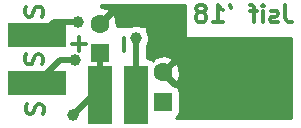
<source format=gbr>
G04 #@! TF.FileFunction,Copper,L2,Bot,Signal*
%FSLAX46Y46*%
G04 Gerber Fmt 4.6, Leading zero omitted, Abs format (unit mm)*
G04 Created by KiCad (PCBNEW 4.0.7) date 04/04/18 15:32:54*
%MOMM*%
%LPD*%
G01*
G04 APERTURE LIST*
%ADD10C,0.100000*%
%ADD11C,0.300000*%
%ADD12R,1.600000X1.600000*%
%ADD13C,1.600000*%
%ADD14R,5.000000X2.000000*%
%ADD15R,2.000000X5.000000*%
%ADD16C,1.000000*%
%ADD17C,0.500000*%
%ADD18C,0.254000*%
G04 APERTURE END LIST*
D10*
D11*
X193215343Y-116760571D02*
X193286771Y-116546285D01*
X193286771Y-116189142D01*
X193215343Y-116046285D01*
X193143914Y-115974856D01*
X193001057Y-115903428D01*
X192858200Y-115903428D01*
X192715343Y-115974856D01*
X192643914Y-116046285D01*
X192572486Y-116189142D01*
X192501057Y-116474856D01*
X192429629Y-116617714D01*
X192358200Y-116689142D01*
X192215343Y-116760571D01*
X192072486Y-116760571D01*
X191929629Y-116689142D01*
X191858200Y-116617714D01*
X191786771Y-116474856D01*
X191786771Y-116117714D01*
X191858200Y-115903428D01*
X213847714Y-111700571D02*
X213847714Y-112772000D01*
X213919142Y-112986286D01*
X214061999Y-113129143D01*
X214276285Y-113200571D01*
X214419142Y-113200571D01*
X213204857Y-113129143D02*
X213062000Y-113200571D01*
X212776285Y-113200571D01*
X212633428Y-113129143D01*
X212562000Y-112986286D01*
X212562000Y-112914857D01*
X212633428Y-112772000D01*
X212776285Y-112700571D01*
X212990571Y-112700571D01*
X213133428Y-112629143D01*
X213204857Y-112486286D01*
X213204857Y-112414857D01*
X213133428Y-112272000D01*
X212990571Y-112200571D01*
X212776285Y-112200571D01*
X212633428Y-112272000D01*
X211919142Y-113200571D02*
X211919142Y-112200571D01*
X211919142Y-111700571D02*
X211990571Y-111772000D01*
X211919142Y-111843429D01*
X211847714Y-111772000D01*
X211919142Y-111700571D01*
X211919142Y-111843429D01*
X211419142Y-112200571D02*
X210847713Y-112200571D01*
X211204856Y-113200571D02*
X211204856Y-111914857D01*
X211133428Y-111772000D01*
X210990570Y-111700571D01*
X210847713Y-111700571D01*
X209133428Y-111700571D02*
X209276285Y-111986286D01*
X207704856Y-113200571D02*
X208561999Y-113200571D01*
X208133427Y-113200571D02*
X208133427Y-111700571D01*
X208276284Y-111914857D01*
X208419142Y-112057714D01*
X208561999Y-112129143D01*
X206847713Y-112343429D02*
X206990571Y-112272000D01*
X207061999Y-112200571D01*
X207133428Y-112057714D01*
X207133428Y-111986286D01*
X207061999Y-111843429D01*
X206990571Y-111772000D01*
X206847713Y-111700571D01*
X206561999Y-111700571D01*
X206419142Y-111772000D01*
X206347713Y-111843429D01*
X206276285Y-111986286D01*
X206276285Y-112057714D01*
X206347713Y-112200571D01*
X206419142Y-112272000D01*
X206561999Y-112343429D01*
X206847713Y-112343429D01*
X206990571Y-112414857D01*
X207061999Y-112486286D01*
X207133428Y-112629143D01*
X207133428Y-112914857D01*
X207061999Y-113057714D01*
X206990571Y-113129143D01*
X206847713Y-113200571D01*
X206561999Y-113200571D01*
X206419142Y-113129143D01*
X206347713Y-113057714D01*
X206276285Y-112914857D01*
X206276285Y-112629143D01*
X206347713Y-112486286D01*
X206419142Y-112414857D01*
X206561999Y-112343429D01*
X200171857Y-114490572D02*
X200171857Y-115633429D01*
X196372943Y-115582628D02*
X196372943Y-114439771D01*
X196944371Y-115011200D02*
X195801514Y-115011200D01*
X193291543Y-120951571D02*
X193362971Y-120737285D01*
X193362971Y-120380142D01*
X193291543Y-120237285D01*
X193220114Y-120165856D01*
X193077257Y-120094428D01*
X192934400Y-120094428D01*
X192791543Y-120165856D01*
X192720114Y-120237285D01*
X192648686Y-120380142D01*
X192577257Y-120665856D01*
X192505829Y-120808714D01*
X192434400Y-120880142D01*
X192291543Y-120951571D01*
X192148686Y-120951571D01*
X192005829Y-120880142D01*
X191934400Y-120808714D01*
X191862971Y-120665856D01*
X191862971Y-120308714D01*
X191934400Y-120094428D01*
X193215343Y-112721971D02*
X193286771Y-112507685D01*
X193286771Y-112150542D01*
X193215343Y-112007685D01*
X193143914Y-111936256D01*
X193001057Y-111864828D01*
X192858200Y-111864828D01*
X192715343Y-111936256D01*
X192643914Y-112007685D01*
X192572486Y-112150542D01*
X192501057Y-112436256D01*
X192429629Y-112579114D01*
X192358200Y-112650542D01*
X192215343Y-112721971D01*
X192072486Y-112721971D01*
X191929629Y-112650542D01*
X191858200Y-112579114D01*
X191786771Y-112436256D01*
X191786771Y-112079114D01*
X191858200Y-111864828D01*
D12*
X198120000Y-115824000D03*
D13*
X198120000Y-113324000D03*
D12*
X203454000Y-119938800D03*
D13*
X203454000Y-117438800D03*
D14*
X192786000Y-114300000D03*
X192786000Y-118364000D03*
D15*
X198120000Y-119380000D03*
X201168000Y-119380000D03*
D16*
X195859400Y-121056400D03*
X198120000Y-115824000D03*
X206324200Y-118414800D03*
X212090000Y-117348000D03*
X213614000Y-117348000D03*
X213614000Y-118821200D03*
X212090000Y-118821200D03*
X210566000Y-118821200D03*
X210566000Y-117348000D03*
X196291200Y-113157000D03*
X196062600Y-116408200D03*
X201168000Y-114554000D03*
D17*
X195859400Y-121056400D02*
X197535800Y-119380000D01*
X197535800Y-119380000D02*
X198120000Y-119380000D01*
X198120000Y-115824000D02*
X198120000Y-119380000D01*
X210566000Y-117348000D02*
X212090000Y-117348000D01*
X213614000Y-117348000D02*
X213614000Y-118821200D01*
X212090000Y-118821200D02*
X210566000Y-118821200D01*
X196291200Y-113157000D02*
X194208400Y-113157000D01*
X194208400Y-113157000D02*
X193065400Y-114300000D01*
X193065400Y-114300000D02*
X192786000Y-114300000D01*
X192786000Y-118364000D02*
X194741800Y-116408200D01*
X194741800Y-116408200D02*
X196062600Y-116408200D01*
X201168000Y-119380000D02*
X201168000Y-114554000D01*
D18*
G36*
X205355572Y-114507000D02*
X214290000Y-114507000D01*
X214290000Y-121290000D01*
X204570068Y-121290000D01*
X204705441Y-121202890D01*
X204850431Y-120990690D01*
X204901440Y-120738800D01*
X204901440Y-119138800D01*
X204857162Y-118903483D01*
X204718090Y-118687359D01*
X204505890Y-118542369D01*
X204267799Y-118494154D01*
X204282139Y-118446545D01*
X203454000Y-117618405D01*
X203439858Y-117632548D01*
X203260252Y-117452942D01*
X203274395Y-117438800D01*
X203633605Y-117438800D01*
X204461745Y-118266939D01*
X204707864Y-118192805D01*
X204900965Y-117655577D01*
X204873778Y-117085346D01*
X204707864Y-116684795D01*
X204461745Y-116610661D01*
X203633605Y-117438800D01*
X203274395Y-117438800D01*
X203260252Y-117424658D01*
X203439858Y-117245052D01*
X203454000Y-117259195D01*
X204282139Y-116431055D01*
X204208005Y-116184936D01*
X203670777Y-115991835D01*
X203100546Y-116019022D01*
X202699995Y-116184936D01*
X202627548Y-116425455D01*
X202604548Y-116409740D01*
X202510986Y-116316178D01*
X202493381Y-116333783D01*
X202419890Y-116283569D01*
X202168000Y-116232560D01*
X202114000Y-116232560D01*
X202114000Y-115213383D01*
X202129645Y-115197765D01*
X202302803Y-114780756D01*
X202303197Y-114329225D01*
X202130767Y-113911914D01*
X202114000Y-113895118D01*
X202114000Y-113498429D01*
X201585567Y-113498429D01*
X201394756Y-113419197D01*
X200943225Y-113418803D01*
X200750516Y-113498429D01*
X199564946Y-113498429D01*
X199539778Y-112970546D01*
X199373864Y-112569995D01*
X199127745Y-112495861D01*
X198299605Y-113324000D01*
X198313748Y-113338143D01*
X198247000Y-113404890D01*
X198247000Y-113017395D01*
X198948139Y-112316255D01*
X198874005Y-112070136D01*
X198336777Y-111877035D01*
X198247000Y-111881315D01*
X198247000Y-111710000D01*
X205355572Y-111710000D01*
X205355572Y-114507000D01*
X205355572Y-114507000D01*
G37*
X205355572Y-114507000D02*
X214290000Y-114507000D01*
X214290000Y-121290000D01*
X204570068Y-121290000D01*
X204705441Y-121202890D01*
X204850431Y-120990690D01*
X204901440Y-120738800D01*
X204901440Y-119138800D01*
X204857162Y-118903483D01*
X204718090Y-118687359D01*
X204505890Y-118542369D01*
X204267799Y-118494154D01*
X204282139Y-118446545D01*
X203454000Y-117618405D01*
X203439858Y-117632548D01*
X203260252Y-117452942D01*
X203274395Y-117438800D01*
X203633605Y-117438800D01*
X204461745Y-118266939D01*
X204707864Y-118192805D01*
X204900965Y-117655577D01*
X204873778Y-117085346D01*
X204707864Y-116684795D01*
X204461745Y-116610661D01*
X203633605Y-117438800D01*
X203274395Y-117438800D01*
X203260252Y-117424658D01*
X203439858Y-117245052D01*
X203454000Y-117259195D01*
X204282139Y-116431055D01*
X204208005Y-116184936D01*
X203670777Y-115991835D01*
X203100546Y-116019022D01*
X202699995Y-116184936D01*
X202627548Y-116425455D01*
X202604548Y-116409740D01*
X202510986Y-116316178D01*
X202493381Y-116333783D01*
X202419890Y-116283569D01*
X202168000Y-116232560D01*
X202114000Y-116232560D01*
X202114000Y-115213383D01*
X202129645Y-115197765D01*
X202302803Y-114780756D01*
X202303197Y-114329225D01*
X202130767Y-113911914D01*
X202114000Y-113895118D01*
X202114000Y-113498429D01*
X201585567Y-113498429D01*
X201394756Y-113419197D01*
X200943225Y-113418803D01*
X200750516Y-113498429D01*
X199564946Y-113498429D01*
X199539778Y-112970546D01*
X199373864Y-112569995D01*
X199127745Y-112495861D01*
X198299605Y-113324000D01*
X198313748Y-113338143D01*
X198247000Y-113404890D01*
X198247000Y-113017395D01*
X198948139Y-112316255D01*
X198874005Y-112070136D01*
X198336777Y-111877035D01*
X198247000Y-111881315D01*
X198247000Y-111710000D01*
X205355572Y-111710000D01*
X205355572Y-114507000D01*
M02*

</source>
